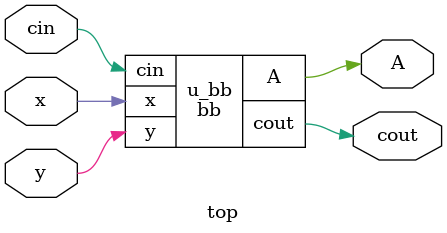
<source format=v>
module bb
(
 input x,
 input y,
 input cin,

 output A,
 output cout
 );

assign {cout,A} =  cin + y + x;

endmodule

module top
(
 input x,
 input y,
 input cin,

 output A,
 output cout
 );

bb u_bb (x,y,cin,A,cout);

endmodule

</source>
